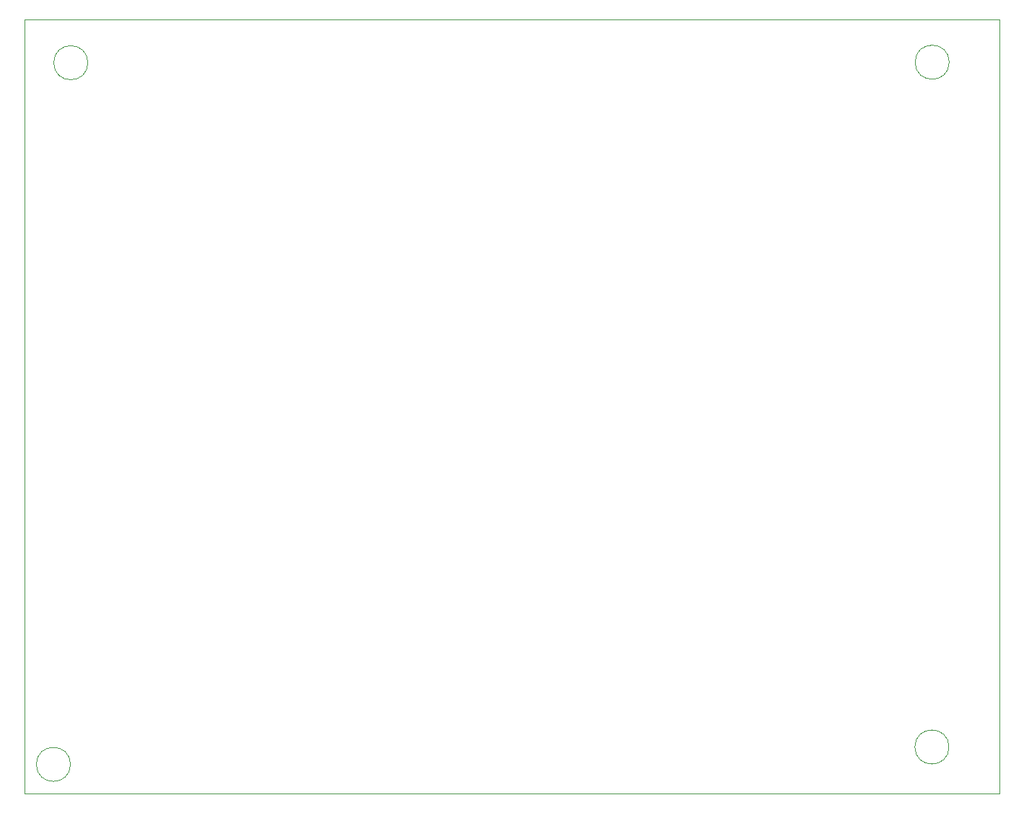
<source format=gbr>
%TF.GenerationSoftware,KiCad,Pcbnew,9.0.3*%
%TF.CreationDate,2025-07-31T09:13:31-06:00*%
%TF.ProjectId,ARC-210-ESP32S3-Board,4152432d-3231-4302-9d45-535033325333,rev?*%
%TF.SameCoordinates,Original*%
%TF.FileFunction,Profile,NP*%
%FSLAX46Y46*%
G04 Gerber Fmt 4.6, Leading zero omitted, Abs format (unit mm)*
G04 Created by KiCad (PCBNEW 9.0.3) date 2025-07-31 09:13:31*
%MOMM*%
%LPD*%
G01*
G04 APERTURE LIST*
%TA.AperFunction,Profile*%
%ADD10C,0.050000*%
%TD*%
G04 APERTURE END LIST*
D10*
X227640000Y-120430000D02*
G75*
G02*
X223640000Y-120430000I-2000000J0D01*
G01*
X223640000Y-120430000D02*
G75*
G02*
X227640000Y-120430000I2000000J0D01*
G01*
X124570000Y-122470000D02*
G75*
G02*
X120570000Y-122470000I-2000000J0D01*
G01*
X120570000Y-122470000D02*
G75*
G02*
X124570000Y-122470000I2000000J0D01*
G01*
X126610000Y-40120000D02*
G75*
G02*
X122610000Y-40120000I-2000000J0D01*
G01*
X122610000Y-40120000D02*
G75*
G02*
X126610000Y-40120000I2000000J0D01*
G01*
X227670000Y-40060000D02*
G75*
G02*
X223670000Y-40060000I-2000000J0D01*
G01*
X223670000Y-40060000D02*
G75*
G02*
X227670000Y-40060000I2000000J0D01*
G01*
X233570000Y-35070000D02*
X119190000Y-35050000D01*
X233560000Y-125870000D02*
X233570000Y-35070000D01*
X119190000Y-125880000D02*
X233560000Y-125870000D01*
X119190000Y-35050000D02*
X119190000Y-125880000D01*
M02*

</source>
